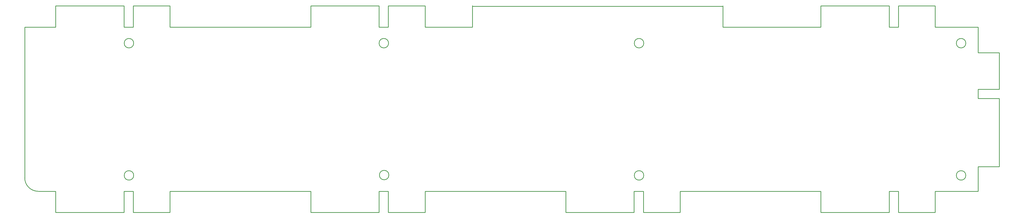
<source format=gko>
G04 Layer_Color=16711935*
%FSLAX25Y25*%
%MOIN*%
G70*
G01*
G75*
%ADD27C,0.00984*%
%ADD31C,0.01000*%
D27*
X187000Y223996D02*
G03*
X207000Y203996I20000J0D01*
G01*
X187000Y223996D02*
Y448091D01*
D31*
X348354Y227598D02*
G03*
X348354Y227598I-7000J0D01*
G01*
Y424098D02*
G03*
X348354Y424098I-7000J0D01*
G01*
X726354Y228098D02*
G03*
X726354Y228098I-7000J0D01*
G01*
X725854Y424098D02*
G03*
X725854Y424098I-7000J0D01*
G01*
X1103854Y227598D02*
G03*
X1103854Y227598I-7000J0D01*
G01*
Y424098D02*
G03*
X1103854Y424098I-7000J0D01*
G01*
X1580854Y227598D02*
G03*
X1580854Y227598I-7000J0D01*
G01*
Y424098D02*
G03*
X1580854Y424098I-7000J0D01*
G01*
X1467252Y203996D02*
X1481028D01*
X232882Y172500D02*
Y203996D01*
Y172500D02*
X334028D01*
Y203996D01*
X347807D01*
Y172500D02*
Y203996D01*
Y172500D02*
X402173D01*
Y203996D01*
X187000Y448091D02*
X232882D01*
Y479587D01*
X334028D01*
Y448091D02*
Y479587D01*
Y448091D02*
X347807D01*
Y479587D01*
X402173D01*
Y448091D02*
Y479587D01*
Y448091D02*
X610622D01*
X779913D02*
Y479587D01*
X725543D02*
X779913D01*
X725543Y448091D02*
Y479587D01*
X711768Y448091D02*
X725543D01*
X711768D02*
Y479587D01*
X610622D02*
X711768D01*
X610622Y448091D02*
Y479587D01*
X402173Y203996D02*
X610622D01*
Y172500D02*
Y203996D01*
Y172500D02*
X711768D01*
Y203996D01*
X725543D01*
Y172500D02*
Y203996D01*
Y172500D02*
X779913D01*
Y203996D01*
X988350D01*
Y172500D02*
Y203996D01*
Y172500D02*
X1089496D01*
Y203996D01*
X1103272D01*
Y172500D02*
Y203996D01*
Y172500D02*
X1157642D01*
Y203996D01*
X1366106D01*
Y448091D02*
Y479587D01*
Y172500D02*
Y203996D01*
Y172500D02*
X1467252D01*
X1366106Y479587D02*
X1467252D01*
Y448091D02*
Y479587D01*
Y172500D02*
Y203996D01*
Y448091D02*
X1481028D01*
Y479587D01*
Y172500D02*
Y203996D01*
Y172500D02*
X1535406D01*
Y203996D01*
X1481028Y479587D02*
X1535406D01*
Y448091D02*
Y479587D01*
Y448091D02*
X1599020D01*
X1535406Y203996D02*
X1599020D01*
Y240669D01*
X1630516D01*
Y341811D01*
X1599020D02*
X1630516D01*
X1599020D02*
Y355591D01*
X1630516D01*
Y409961D01*
X1599020D02*
Y448091D01*
Y409961D02*
X1630516D01*
X207000Y203996D02*
X232882D01*
X849913Y448091D02*
X850000Y480000D01*
X1220913Y448091D02*
Y479587D01*
X850000Y479000D02*
X1220913D01*
Y448091D02*
X1366106D01*
X779913D02*
X849913D01*
M02*

</source>
